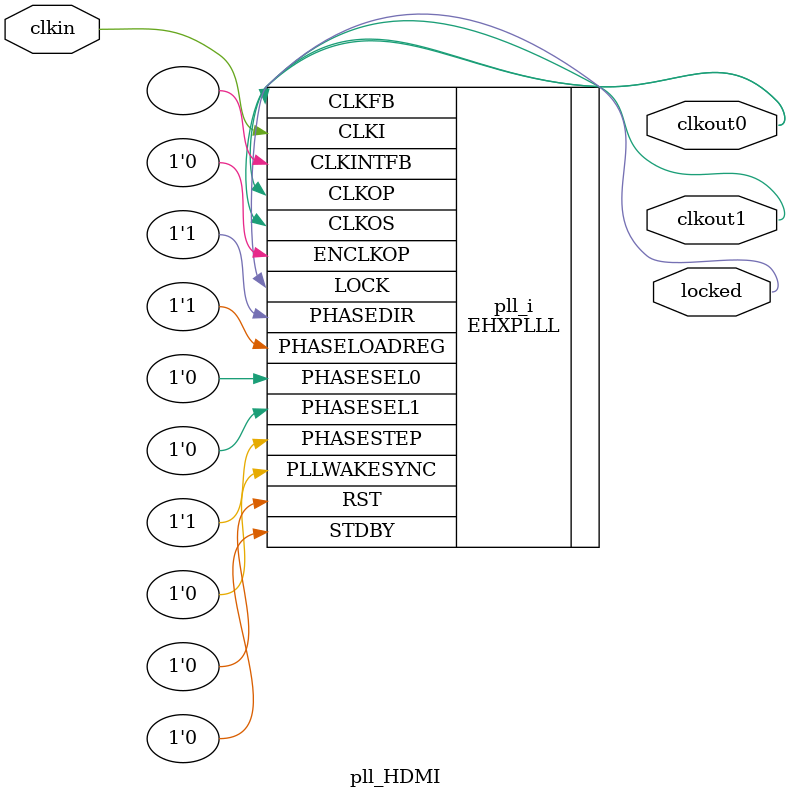
<source format=v>
module pll_HDMI
(
    input clkin, // 25 MHz, 0 deg
    output clkout0, // 125 MHz, 0 deg
    output clkout1, // 25 MHz, 0 deg
    output locked
);
(* FREQUENCY_PIN_CLKI="25" *)
(* FREQUENCY_PIN_CLKOP="125" *)
(* FREQUENCY_PIN_CLKOS="25" *)
(* ICP_CURRENT="12" *) (* LPF_RESISTOR="8" *) (* MFG_ENABLE_FILTEROPAMP="1" *) (* MFG_GMCREF_SEL="2" *)
EHXPLLL #(
        .PLLRST_ENA("DISABLED"),
        .INTFB_WAKE("DISABLED"),
        .STDBY_ENABLE("DISABLED"),
        .DPHASE_SOURCE("DISABLED"),
        .OUTDIVIDER_MUXA("DIVA"),
        .OUTDIVIDER_MUXB("DIVB"),
        .OUTDIVIDER_MUXC("DIVC"),
        .OUTDIVIDER_MUXD("DIVD"),
        .CLKI_DIV(1),
        .CLKOP_ENABLE("ENABLED"),
        .CLKOP_DIV(5),
        .CLKOP_CPHASE(2),
        .CLKOP_FPHASE(0),
        .CLKOS_ENABLE("ENABLED"),
        .CLKOS_DIV(25),
        .CLKOS_CPHASE(2),
        .CLKOS_FPHASE(0),
        .FEEDBK_PATH("CLKOP"),
        .CLKFB_DIV(5)
    ) pll_i (
        .RST(1'b0),
        .STDBY(1'b0),
        .CLKI(clkin),
        .CLKOP(clkout0),
        .CLKOS(clkout1),
        .CLKFB(clkout0),
        .CLKINTFB(),
        .PHASESEL0(1'b0),
        .PHASESEL1(1'b0),
        .PHASEDIR(1'b1),
        .PHASESTEP(1'b1),
        .PHASELOADREG(1'b1),
        .PLLWAKESYNC(1'b0),
        .ENCLKOP(1'b0),
        .LOCK(locked)
	);
endmodule

</source>
